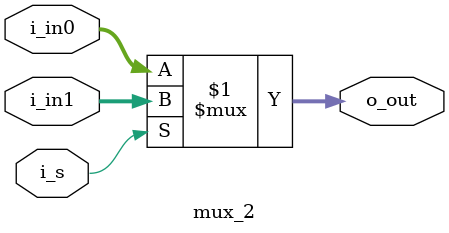
<source format=sv>
module mux_2 #(parameter N=64) ( input  logic [N-1:0] i_in0,
                                                      i_in1,
                                 input  logic         i_s,
                                 output logic [N-1:0] o_out );
              // true : false            
  assign o_out = i_s ? i_in1 : i_in0;
                       
endmodule

</source>
